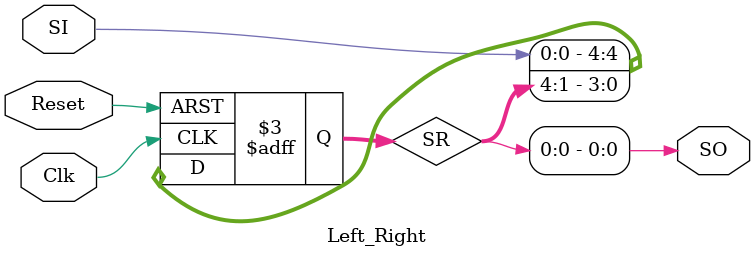
<source format=v>
`timescale 1ns / 1ps

module Left_Right(
    input SI,
    input Clk,
    input Reset,
    output SO
    );
    
    reg [4:0]SR;
    
    always @(posedge Clk,negedge Reset)
        if(!Reset)
            SR <= 5'd0;
        else 
            SR <= {SI,SR[4:1]};
    
    assign SO = SR[0];
    
endmodule

</source>
